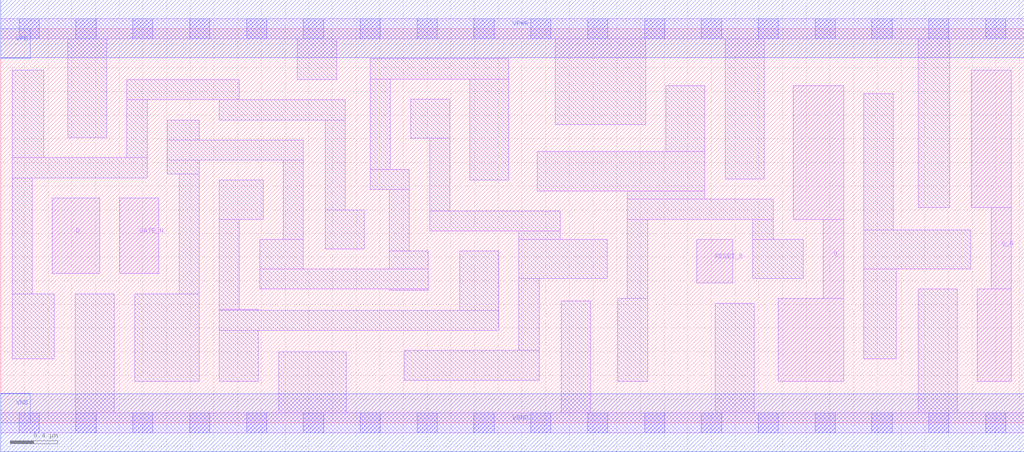
<source format=lef>
# Copyright 2020 The SkyWater PDK Authors
#
# Licensed under the Apache License, Version 2.0 (the "License");
# you may not use this file except in compliance with the License.
# You may obtain a copy of the License at
#
#     https://www.apache.org/licenses/LICENSE-2.0
#
# Unless required by applicable law or agreed to in writing, software
# distributed under the License is distributed on an "AS IS" BASIS,
# WITHOUT WARRANTIES OR CONDITIONS OF ANY KIND, either express or implied.
# See the License for the specific language governing permissions and
# limitations under the License.
#
# SPDX-License-Identifier: Apache-2.0

VERSION 5.5 ;
NAMESCASESENSITIVE ON ;
BUSBITCHARS "[]" ;
DIVIDERCHAR "/" ;
MACRO sky130_fd_sc_hs__dlrbn_1
  CLASS CORE ;
  SOURCE USER ;
  ORIGIN  0.000000  0.000000 ;
  SIZE  8.640000 BY  3.330000 ;
  SYMMETRY X Y ;
  SITE unit ;
  PIN D
    ANTENNAGATEAREA  0.208000 ;
    DIRECTION INPUT ;
    USE SIGNAL ;
    PORT
      LAYER li1 ;
        RECT 0.435000 1.260000 0.835000 1.900000 ;
    END
  END D
  PIN Q
    ANTENNADIFFAREA  0.535700 ;
    DIRECTION OUTPUT ;
    USE SIGNAL ;
    PORT
      LAYER li1 ;
        RECT 6.565000 0.350000 7.115000 1.050000 ;
        RECT 6.690000 1.720000 7.115000 2.850000 ;
        RECT 6.945000 1.050000 7.115000 1.720000 ;
    END
  END Q
  PIN Q_N
    ANTENNADIFFAREA  0.541300 ;
    DIRECTION OUTPUT ;
    USE SIGNAL ;
    PORT
      LAYER li1 ;
        RECT 8.195000 1.820000 8.530000 2.980000 ;
        RECT 8.245000 0.350000 8.530000 1.130000 ;
        RECT 8.360000 1.130000 8.530000 1.820000 ;
    END
  END Q_N
  PIN RESET_B
    ANTENNAGATEAREA  0.279000 ;
    DIRECTION INPUT ;
    USE SIGNAL ;
    PORT
      LAYER li1 ;
        RECT 5.875000 1.180000 6.180000 1.550000 ;
    END
  END RESET_B
  PIN GATE_N
    ANTENNAGATEAREA  0.237000 ;
    DIRECTION INPUT ;
    USE CLOCK ;
    PORT
      LAYER li1 ;
        RECT 1.005000 1.260000 1.335000 1.900000 ;
    END
  END GATE_N
  PIN VGND
    DIRECTION INOUT ;
    USE GROUND ;
    PORT
      LAYER met1 ;
        RECT 0.000000 -0.245000 8.640000 0.245000 ;
    END
  END VGND
  PIN VNB
    DIRECTION INOUT ;
    USE GROUND ;
    PORT
    END
  END VNB
  PIN VPB
    DIRECTION INOUT ;
    USE POWER ;
    PORT
    END
  END VPB
  PIN VNB
    DIRECTION INOUT ;
    USE GROUND ;
    PORT
      LAYER met1 ;
        RECT 0.000000 0.000000 0.250000 0.250000 ;
    END
  END VNB
  PIN VPB
    DIRECTION INOUT ;
    USE POWER ;
    PORT
      LAYER met1 ;
        RECT 0.000000 3.080000 0.250000 3.330000 ;
    END
  END VPB
  PIN VPWR
    DIRECTION INOUT ;
    USE POWER ;
    PORT
      LAYER met1 ;
        RECT 0.000000 3.085000 8.640000 3.575000 ;
    END
  END VPWR
  OBS
    LAYER li1 ;
      RECT 0.000000 -0.085000 8.640000 0.085000 ;
      RECT 0.000000  3.245000 8.640000 3.415000 ;
      RECT 0.095000  0.540000 0.450000 1.090000 ;
      RECT 0.095000  1.090000 0.265000 2.070000 ;
      RECT 0.095000  2.070000 1.235000 2.240000 ;
      RECT 0.095000  2.240000 0.365000 2.980000 ;
      RECT 0.565000  2.410000 0.895000 3.245000 ;
      RECT 0.630000  0.085000 0.960000 1.090000 ;
      RECT 1.065000  2.240000 1.235000 2.730000 ;
      RECT 1.065000  2.730000 2.015000 2.900000 ;
      RECT 1.130000  0.350000 1.675000 1.090000 ;
      RECT 1.405000  2.100000 1.675000 2.220000 ;
      RECT 1.405000  2.220000 2.555000 2.390000 ;
      RECT 1.405000  2.390000 1.675000 2.560000 ;
      RECT 1.505000  1.090000 1.675000 2.100000 ;
      RECT 1.845000  0.350000 2.175000 0.780000 ;
      RECT 1.845000  0.780000 4.205000 0.950000 ;
      RECT 1.845000  0.950000 2.175000 0.960000 ;
      RECT 1.845000  0.960000 2.015000 1.720000 ;
      RECT 1.845000  1.720000 2.215000 2.050000 ;
      RECT 1.845000  2.560000 2.910000 2.730000 ;
      RECT 2.185000  1.130000 3.610000 1.300000 ;
      RECT 2.185000  1.300000 2.555000 1.550000 ;
      RECT 2.345000  0.085000 2.915000 0.600000 ;
      RECT 2.385000  1.550000 2.555000 2.220000 ;
      RECT 2.505000  2.900000 2.835000 3.245000 ;
      RECT 2.740000  1.470000 3.070000 1.800000 ;
      RECT 2.740000  1.800000 2.910000 2.560000 ;
      RECT 3.120000  1.970000 3.450000 2.140000 ;
      RECT 3.120000  2.140000 3.290000 2.905000 ;
      RECT 3.120000  2.905000 4.290000 3.075000 ;
      RECT 3.280000  1.120000 3.610000 1.130000 ;
      RECT 3.280000  1.300000 3.610000 1.450000 ;
      RECT 3.280000  1.450000 3.450000 1.970000 ;
      RECT 3.405000  0.360000 4.545000 0.610000 ;
      RECT 3.460000  2.405000 3.790000 2.735000 ;
      RECT 3.620000  1.620000 4.725000 1.790000 ;
      RECT 3.620000  1.790000 3.790000 2.405000 ;
      RECT 3.875000  0.950000 4.205000 1.450000 ;
      RECT 3.960000  2.050000 4.290000 2.905000 ;
      RECT 4.375000  0.610000 4.545000 1.220000 ;
      RECT 4.375000  1.220000 5.120000 1.550000 ;
      RECT 4.375000  1.550000 4.725000 1.620000 ;
      RECT 4.530000  1.960000 5.945000 2.290000 ;
      RECT 4.680000  2.520000 5.445000 3.245000 ;
      RECT 4.730000  0.085000 4.980000 1.030000 ;
      RECT 5.210000  0.350000 5.460000 1.050000 ;
      RECT 5.290000  1.050000 5.460000 1.720000 ;
      RECT 5.290000  1.720000 6.520000 1.890000 ;
      RECT 5.290000  1.890000 5.945000 1.960000 ;
      RECT 5.615000  2.290000 5.945000 2.850000 ;
      RECT 6.030000  0.085000 6.360000 1.010000 ;
      RECT 6.115000  2.060000 6.445000 3.245000 ;
      RECT 6.350000  1.220000 6.775000 1.550000 ;
      RECT 6.350000  1.550000 6.520000 1.720000 ;
      RECT 7.285000  0.540000 7.560000 1.300000 ;
      RECT 7.285000  1.300000 8.190000 1.630000 ;
      RECT 7.285000  1.630000 7.535000 2.780000 ;
      RECT 7.745000  0.085000 8.075000 1.130000 ;
      RECT 7.745000  1.820000 8.010000 3.245000 ;
    LAYER mcon ;
      RECT 0.155000 -0.085000 0.325000 0.085000 ;
      RECT 0.155000  3.245000 0.325000 3.415000 ;
      RECT 0.635000 -0.085000 0.805000 0.085000 ;
      RECT 0.635000  3.245000 0.805000 3.415000 ;
      RECT 1.115000 -0.085000 1.285000 0.085000 ;
      RECT 1.115000  3.245000 1.285000 3.415000 ;
      RECT 1.595000 -0.085000 1.765000 0.085000 ;
      RECT 1.595000  3.245000 1.765000 3.415000 ;
      RECT 2.075000 -0.085000 2.245000 0.085000 ;
      RECT 2.075000  3.245000 2.245000 3.415000 ;
      RECT 2.555000 -0.085000 2.725000 0.085000 ;
      RECT 2.555000  3.245000 2.725000 3.415000 ;
      RECT 3.035000 -0.085000 3.205000 0.085000 ;
      RECT 3.035000  3.245000 3.205000 3.415000 ;
      RECT 3.515000 -0.085000 3.685000 0.085000 ;
      RECT 3.515000  3.245000 3.685000 3.415000 ;
      RECT 3.995000 -0.085000 4.165000 0.085000 ;
      RECT 3.995000  3.245000 4.165000 3.415000 ;
      RECT 4.475000 -0.085000 4.645000 0.085000 ;
      RECT 4.475000  3.245000 4.645000 3.415000 ;
      RECT 4.955000 -0.085000 5.125000 0.085000 ;
      RECT 4.955000  3.245000 5.125000 3.415000 ;
      RECT 5.435000 -0.085000 5.605000 0.085000 ;
      RECT 5.435000  3.245000 5.605000 3.415000 ;
      RECT 5.915000 -0.085000 6.085000 0.085000 ;
      RECT 5.915000  3.245000 6.085000 3.415000 ;
      RECT 6.395000 -0.085000 6.565000 0.085000 ;
      RECT 6.395000  3.245000 6.565000 3.415000 ;
      RECT 6.875000 -0.085000 7.045000 0.085000 ;
      RECT 6.875000  3.245000 7.045000 3.415000 ;
      RECT 7.355000 -0.085000 7.525000 0.085000 ;
      RECT 7.355000  3.245000 7.525000 3.415000 ;
      RECT 7.835000 -0.085000 8.005000 0.085000 ;
      RECT 7.835000  3.245000 8.005000 3.415000 ;
      RECT 8.315000 -0.085000 8.485000 0.085000 ;
      RECT 8.315000  3.245000 8.485000 3.415000 ;
  END
END sky130_fd_sc_hs__dlrbn_1
END LIBRARY

</source>
